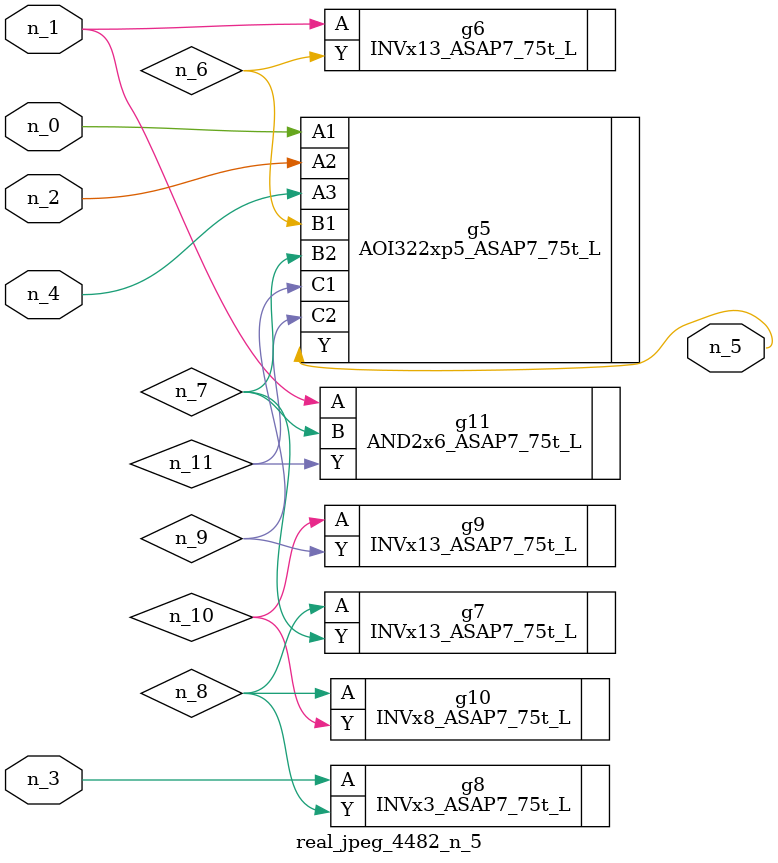
<source format=v>
module real_jpeg_4482_n_5 (n_4, n_0, n_1, n_2, n_3, n_5);

input n_4;
input n_0;
input n_1;
input n_2;
input n_3;

output n_5;

wire n_8;
wire n_11;
wire n_6;
wire n_7;
wire n_10;
wire n_9;

AOI322xp5_ASAP7_75t_L g5 ( 
.A1(n_0),
.A2(n_2),
.A3(n_4),
.B1(n_6),
.B2(n_7),
.C1(n_9),
.C2(n_11),
.Y(n_5)
);

INVx13_ASAP7_75t_L g6 ( 
.A(n_1),
.Y(n_6)
);

AND2x6_ASAP7_75t_L g11 ( 
.A(n_1),
.B(n_7),
.Y(n_11)
);

INVx3_ASAP7_75t_L g8 ( 
.A(n_3),
.Y(n_8)
);

INVx13_ASAP7_75t_L g7 ( 
.A(n_8),
.Y(n_7)
);

INVx8_ASAP7_75t_L g10 ( 
.A(n_8),
.Y(n_10)
);

INVx13_ASAP7_75t_L g9 ( 
.A(n_10),
.Y(n_9)
);


endmodule
</source>
